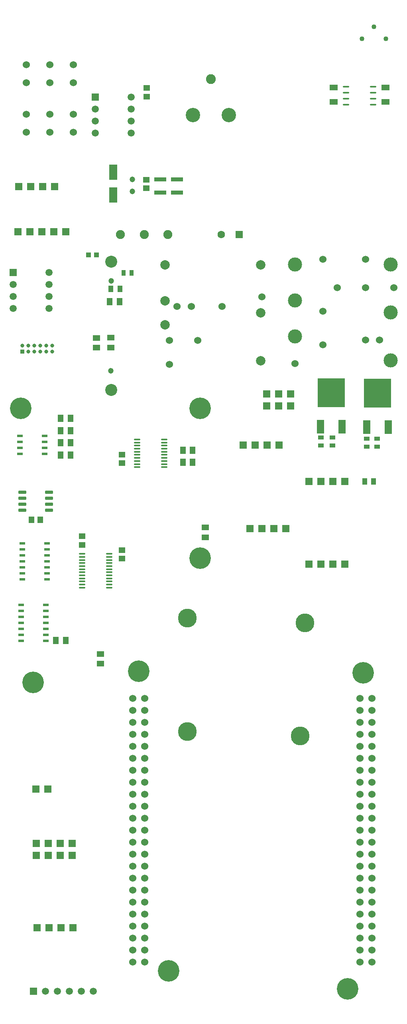
<source format=gbr>
G04 Layer_Color=255*
%FSLAX26Y26*%
%MOIN*%
%TF.FileFunction,Pads,Top*%
%TF.Part,Single*%
G01*
G75*
%TA.AperFunction,SMDPad,CuDef*%
%ADD10O,0.055118X0.013780*%
%ADD11R,0.070000X0.125000*%
%ADD12R,0.039370X0.039370*%
G04:AMPARAMS|DCode=13|XSize=21.654mil|YSize=49.213mil|CornerRadius=1.949mil|HoleSize=0mil|Usage=FLASHONLY|Rotation=90.000|XOffset=0mil|YOffset=0mil|HoleType=Round|Shape=RoundedRectangle|*
%AMROUNDEDRECTD13*
21,1,0.021654,0.045315,0,0,90.0*
21,1,0.017756,0.049213,0,0,90.0*
1,1,0.003898,0.022657,0.008878*
1,1,0.003898,0.022657,-0.008878*
1,1,0.003898,-0.022657,-0.008878*
1,1,0.003898,-0.022657,0.008878*
%
%ADD13ROUNDEDRECTD13*%
%ADD14R,0.057087X0.045276*%
%ADD15R,0.049213X0.059055*%
%ADD16R,0.059055X0.049213*%
%ADD17R,0.228346X0.244095*%
%ADD18R,0.062992X0.118110*%
%ADD19R,0.051181X0.033465*%
%ADD20R,0.070866X0.045276*%
%ADD21R,0.102362X0.037402*%
G04:AMPARAMS|DCode=22|XSize=25.591mil|YSize=64.961mil|CornerRadius=1.919mil|HoleSize=0mil|Usage=FLASHONLY|Rotation=90.000|XOffset=0mil|YOffset=0mil|HoleType=Round|Shape=RoundedRectangle|*
%AMROUNDEDRECTD22*
21,1,0.025591,0.061122,0,0,90.0*
21,1,0.021752,0.064961,0,0,90.0*
1,1,0.003839,0.030561,0.010876*
1,1,0.003839,0.030561,-0.010876*
1,1,0.003839,-0.030561,-0.010876*
1,1,0.003839,-0.030561,0.010876*
%
%ADD22ROUNDEDRECTD22*%
%ADD23R,0.033465X0.051181*%
%ADD24R,0.045276X0.057087*%
%ADD25R,0.041339X0.055118*%
%TA.AperFunction,ComponentPad*%
%ADD29C,0.060000*%
%ADD30C,0.032500*%
%ADD31R,0.032500X0.032500*%
%ADD32C,0.100000*%
%ADD33C,0.047000*%
%ADD34R,0.060000X0.060000*%
%ADD35C,0.078740*%
%ADD36C,0.078740*%
%ADD37C,0.040000*%
%ADD38C,0.082000*%
%ADD39C,0.120000*%
%ADD40C,0.118110*%
%ADD41C,0.059055*%
%ADD42R,0.059055X0.059055*%
%ADD43C,0.047244*%
%TA.AperFunction,ViaPad*%
%ADD44C,0.060000*%
%TA.AperFunction,ComponentPad*%
%ADD45C,0.157000*%
%ADD46C,0.180000*%
%ADD47C,0.074803*%
%ADD48C,0.062992*%
%ADD49R,0.062992X0.062992*%
D10*
X2917567Y2010433D02*
D03*
X2917567Y2060433D02*
D03*
X2917567Y2110433D02*
D03*
X2917567Y2160433D02*
D03*
X2691189Y2010433D02*
D03*
X2691189Y2060433D02*
D03*
X2691189Y2110433D02*
D03*
X2691189Y2160433D02*
D03*
X485236Y-1737205D02*
D03*
X485236Y-1762795D02*
D03*
X485236Y-1788386D02*
D03*
X485236Y-1813976D02*
D03*
X485236Y-1839567D02*
D03*
X485236Y-1865158D02*
D03*
X485236Y-1890748D02*
D03*
X485236Y-1916339D02*
D03*
X485236Y-1941929D02*
D03*
X485236Y-1967520D02*
D03*
X485236Y-1993110D02*
D03*
X485236Y-2018701D02*
D03*
X711614Y-1737205D02*
D03*
X711614Y-1762795D02*
D03*
X711614Y-1788386D02*
D03*
X711614Y-1813976D02*
D03*
X711614Y-1839567D02*
D03*
X711614Y-1865158D02*
D03*
X711614Y-1890748D02*
D03*
X711614Y-1916339D02*
D03*
X711614Y-1941929D02*
D03*
X711614Y-1967520D02*
D03*
X711614Y-1993110D02*
D03*
X711614Y-2018701D02*
D03*
X944882Y-783268D02*
D03*
X944882Y-808858D02*
D03*
X944882Y-834449D02*
D03*
X944882Y-860039D02*
D03*
X944882Y-885630D02*
D03*
X944882Y-911221D02*
D03*
X944882Y-936811D02*
D03*
X944882Y-962402D02*
D03*
X944882Y-987992D02*
D03*
X944882Y-1013583D02*
D03*
X1171260Y-783268D02*
D03*
X1171260Y-808858D02*
D03*
X1171260Y-834449D02*
D03*
X1171260Y-860039D02*
D03*
X1171260Y-885630D02*
D03*
X1171260Y-911221D02*
D03*
X1171260Y-936811D02*
D03*
X1171260Y-962402D02*
D03*
X1171260Y-987992D02*
D03*
X1171260Y-1013583D02*
D03*
D11*
X746063Y1257362D02*
D03*
X746063Y1447362D02*
D03*
D12*
X537548Y757363D02*
D03*
X604478Y757363D02*
D03*
D13*
X-24606Y-2163779D02*
D03*
X-24606Y-2213779D02*
D03*
X-24606Y-2263779D02*
D03*
X-24606Y-2313779D02*
D03*
X-24606Y-2363779D02*
D03*
X-24606Y-2413779D02*
D03*
X-24606Y-2463779D02*
D03*
X182086Y-2163779D02*
D03*
X182086Y-2213779D02*
D03*
X182086Y-2263779D02*
D03*
X182086Y-2313779D02*
D03*
X182086Y-2363779D02*
D03*
X182086Y-2413779D02*
D03*
X182086Y-2463779D02*
D03*
X-36418Y-751771D02*
D03*
X-36418Y-801771D02*
D03*
X-36418Y-851771D02*
D03*
X-36418Y-901771D02*
D03*
X170276Y-751771D02*
D03*
X170276Y-801771D02*
D03*
X170276Y-851771D02*
D03*
X170276Y-901771D02*
D03*
X190158Y-1948819D02*
D03*
X190158Y-1898819D02*
D03*
X190158Y-1848819D02*
D03*
X190158Y-1798819D02*
D03*
X190158Y-1748819D02*
D03*
X190158Y-1698819D02*
D03*
X190158Y-1648819D02*
D03*
X-16534Y-1948819D02*
D03*
X-16534Y-1898819D02*
D03*
X-16534Y-1848819D02*
D03*
X-16534Y-1798819D02*
D03*
X-16534Y-1748819D02*
D03*
X-16534Y-1698819D02*
D03*
X-16534Y-1648819D02*
D03*
D14*
X818896Y-1704725D02*
D03*
X818896Y-1775591D02*
D03*
X1021656Y1383857D02*
D03*
X1021656Y1312991D02*
D03*
X819746Y-908133D02*
D03*
X819746Y-978999D02*
D03*
X1023624Y2078739D02*
D03*
X1023624Y2149605D02*
D03*
X484252Y-1590553D02*
D03*
X484252Y-1661419D02*
D03*
D15*
X797244Y366141D02*
D03*
X714566Y366141D02*
D03*
X305118Y-811023D02*
D03*
X387796Y-811023D02*
D03*
X305118Y-913385D02*
D03*
X387796Y-913385D02*
D03*
X305118Y-708661D02*
D03*
X387796Y-708661D02*
D03*
X305118Y-606299D02*
D03*
X387796Y-606299D02*
D03*
X1410042Y-971259D02*
D03*
X1327364Y-971259D02*
D03*
X1410038Y-871261D02*
D03*
X1327362Y-871261D02*
D03*
X265750Y-2460629D02*
D03*
X348426Y-2460629D02*
D03*
D16*
X723746Y65773D02*
D03*
X723746Y-16905D02*
D03*
X606300Y64959D02*
D03*
X606300Y-17717D02*
D03*
X1515750Y-1598425D02*
D03*
X1515750Y-1515747D02*
D03*
X639746Y-2571227D02*
D03*
X639746Y-2653905D02*
D03*
D17*
X2568896Y-393701D02*
D03*
X2954772Y-394883D02*
D03*
D18*
X2659054Y-677165D02*
D03*
X2478740Y-677165D02*
D03*
X3044930Y-678347D02*
D03*
X2864614Y-678347D02*
D03*
D19*
X2864174Y-775589D02*
D03*
X2864174Y-842519D02*
D03*
X2952756Y-775591D02*
D03*
X2952756Y-842521D02*
D03*
X2480748Y-766101D02*
D03*
X2480748Y-833031D02*
D03*
X2578740Y-765749D02*
D03*
X2578740Y-832679D02*
D03*
D20*
X2588582Y2153543D02*
D03*
X2588582Y2035433D02*
D03*
X3021654Y2035431D02*
D03*
X3021654Y2153543D02*
D03*
D21*
X1277560Y1387797D02*
D03*
X1277560Y1277561D02*
D03*
X1139762Y1277559D02*
D03*
X1139762Y1387795D02*
D03*
D22*
X-13778Y-1224411D02*
D03*
X-13778Y-1274411D02*
D03*
X-13778Y-1324411D02*
D03*
X-13778Y-1374411D02*
D03*
X208662Y-1224411D02*
D03*
X208662Y-1274411D02*
D03*
X208662Y-1324411D02*
D03*
X208662Y-1374411D02*
D03*
D23*
X899476Y608362D02*
D03*
X832546Y608362D02*
D03*
D24*
X133858Y-1452753D02*
D03*
X62992Y-1452753D02*
D03*
D25*
X2848422Y-1133859D02*
D03*
X2923226Y-1133859D02*
D03*
X726378Y472441D02*
D03*
X801182Y472441D02*
D03*
D29*
X1009748Y-2942567D02*
D03*
X1009748Y-3042567D02*
D03*
X1009748Y-3142567D02*
D03*
X1009748Y-3242567D02*
D03*
X1009748Y-3342567D02*
D03*
X1009748Y-3442567D02*
D03*
X1009748Y-3542567D02*
D03*
X1009748Y-3642567D02*
D03*
X1009748Y-3742567D02*
D03*
X1009748Y-3842567D02*
D03*
X1009748Y-3942567D02*
D03*
X1009748Y-4042567D02*
D03*
X1009748Y-4142567D02*
D03*
X1009748Y-4242567D02*
D03*
X1009748Y-4342567D02*
D03*
X1009748Y-4442567D02*
D03*
X1009748Y-4542567D02*
D03*
X1009748Y-4642567D02*
D03*
X1009748Y-4742567D02*
D03*
X1009748Y-4842567D02*
D03*
X1009748Y-4942567D02*
D03*
X1009748Y-5042567D02*
D03*
X1009748Y-5142567D02*
D03*
X909748Y-3042567D02*
D03*
X909748Y-3142567D02*
D03*
X909748Y-3242567D02*
D03*
X909748Y-3342567D02*
D03*
X909748Y-3442567D02*
D03*
X909748Y-3542567D02*
D03*
X909748Y-3642567D02*
D03*
X909748Y-3742567D02*
D03*
X909748Y-3842567D02*
D03*
X909748Y-3942567D02*
D03*
X909748Y-4042567D02*
D03*
X909748Y-4142567D02*
D03*
X909748Y-4242567D02*
D03*
X909748Y-4342567D02*
D03*
X909748Y-4442567D02*
D03*
X909748Y-4542567D02*
D03*
X909748Y-4642567D02*
D03*
X909748Y-4742567D02*
D03*
X909748Y-4842567D02*
D03*
X909748Y-4942567D02*
D03*
X909748Y-5042567D02*
D03*
X909748Y-5142567D02*
D03*
X2809748Y-2942567D02*
D03*
X2909748Y-2942567D02*
D03*
X2909748Y-3042567D02*
D03*
X2909748Y-3142567D02*
D03*
X2909748Y-3242567D02*
D03*
X2909748Y-3342567D02*
D03*
X2909748Y-3442567D02*
D03*
X2909748Y-3542567D02*
D03*
X2909748Y-3642567D02*
D03*
X2909748Y-3742567D02*
D03*
X2909748Y-3842567D02*
D03*
X2909748Y-3942567D02*
D03*
X2909748Y-4042567D02*
D03*
X2909748Y-4142567D02*
D03*
X2909748Y-4242567D02*
D03*
X2909748Y-4342567D02*
D03*
X2909748Y-4442567D02*
D03*
X2909748Y-4542567D02*
D03*
X2909748Y-4642567D02*
D03*
X2909748Y-4742567D02*
D03*
X2909748Y-4842567D02*
D03*
X2909748Y-4942567D02*
D03*
X2909748Y-5042567D02*
D03*
X2909748Y-5142567D02*
D03*
X2809748Y-3042567D02*
D03*
X2809748Y-3142567D02*
D03*
X2809748Y-3242567D02*
D03*
X2809748Y-3342567D02*
D03*
X2809748Y-3442567D02*
D03*
X2809748Y-3542567D02*
D03*
X2809748Y-3642567D02*
D03*
X2809748Y-3742567D02*
D03*
X2809748Y-3842567D02*
D03*
X2809748Y-3942567D02*
D03*
X2809748Y-4042567D02*
D03*
X2809748Y-4142567D02*
D03*
X2809748Y-4242567D02*
D03*
X2809748Y-4342567D02*
D03*
X2809748Y-4442567D02*
D03*
X2809748Y-4542567D02*
D03*
X2809748Y-4642567D02*
D03*
X2809748Y-4742567D02*
D03*
X2809748Y-4842567D02*
D03*
X2809748Y-4942567D02*
D03*
X2809748Y-5042567D02*
D03*
X2809748Y-5142567D02*
D03*
X909748Y-2942567D02*
D03*
X413386Y2342520D02*
D03*
X413386Y2192913D02*
D03*
X19685Y2342520D02*
D03*
X19685Y2192913D02*
D03*
X19685Y1929134D02*
D03*
X19685Y1779527D02*
D03*
X216535Y2342520D02*
D03*
X216535Y2192913D02*
D03*
X216535Y1929134D02*
D03*
X216535Y1779527D02*
D03*
X413386Y1929134D02*
D03*
X413386Y1779527D02*
D03*
D30*
X185000Y-50000D02*
D03*
X35000Y-50000D02*
D03*
X85000Y-50000D02*
D03*
X135000Y-50000D02*
D03*
X235000Y-50000D02*
D03*
X-15000Y0D02*
D03*
X35000Y0D02*
D03*
X85000Y0D02*
D03*
X135000Y0D02*
D03*
X185000Y0D02*
D03*
X235000Y0D02*
D03*
D31*
X-15000Y-50000D02*
D03*
D32*
X728346Y-370846D02*
D03*
X728346Y701554D02*
D03*
D33*
X728346Y539654D02*
D03*
X726746Y-208946D02*
D03*
D34*
X400197Y-4254134D02*
D03*
X300197Y-4254134D02*
D03*
X200197Y-4254134D02*
D03*
X100197Y-4254134D02*
D03*
X100197Y-4154134D02*
D03*
X200197Y-4154134D02*
D03*
X300197Y-4154134D02*
D03*
X400197Y-4154134D02*
D03*
X2027559Y-503937D02*
D03*
X2127559Y-503937D02*
D03*
X2227559Y-503937D02*
D03*
X2227559Y-403937D02*
D03*
X2127559Y-403937D02*
D03*
X2027559Y-403937D02*
D03*
X1889764Y-1527559D02*
D03*
X1989764Y-1527559D02*
D03*
X2089764Y-1527559D02*
D03*
X2189764Y-1527559D02*
D03*
X1830709Y-828740D02*
D03*
X1930709Y-828740D02*
D03*
X2030709Y-828740D02*
D03*
X2130709Y-828740D02*
D03*
X2381890Y-1133858D02*
D03*
X2481890Y-1133858D02*
D03*
X2581890Y-1133858D02*
D03*
X2681890Y-1133858D02*
D03*
X255905Y1326772D02*
D03*
X155905Y1326772D02*
D03*
X55906Y1326772D02*
D03*
X-44094Y1326772D02*
D03*
X407677Y-4855315D02*
D03*
X307677Y-4855315D02*
D03*
X207677Y-4855315D02*
D03*
X107677Y-4855315D02*
D03*
X2381890Y-1822835D02*
D03*
X2481890Y-1822835D02*
D03*
X2581890Y-1822835D02*
D03*
X2681890Y-1822835D02*
D03*
X197441Y-3699410D02*
D03*
X97441Y-3699410D02*
D03*
X-52559Y950591D02*
D03*
X347441Y950591D02*
D03*
X247441Y950591D02*
D03*
X147441Y950591D02*
D03*
X47441Y950591D02*
D03*
D35*
X1978346Y273622D02*
D03*
D36*
X1178346Y673622D02*
D03*
X1178346Y373622D02*
D03*
X1178346Y173622D02*
D03*
X1978346Y673622D02*
D03*
X1978346Y-126378D02*
D03*
D37*
X2925378Y2659433D02*
D03*
X3025378Y2559433D02*
D03*
X2825378Y2559433D02*
D03*
D38*
X1560378Y2225433D02*
D03*
D39*
X1710378Y1925433D02*
D03*
X1410378Y1925433D02*
D03*
D40*
X2263780Y377165D02*
D03*
X2263780Y77165D02*
D03*
X2263780Y677165D02*
D03*
X3063780Y-122835D02*
D03*
X3063780Y277165D02*
D03*
X3063780Y677165D02*
D03*
D41*
X209058Y310039D02*
D03*
X209058Y410039D02*
D03*
X209058Y510039D02*
D03*
X209058Y610039D02*
D03*
X-90942Y310039D02*
D03*
X-90942Y410039D02*
D03*
X-90942Y510039D02*
D03*
X896064Y1773229D02*
D03*
X896064Y1873229D02*
D03*
X896064Y1973229D02*
D03*
X896064Y2073229D02*
D03*
X596064Y1773229D02*
D03*
X596064Y1873229D02*
D03*
X596064Y1973229D02*
D03*
X578738Y-5385827D02*
D03*
X478738Y-5385827D02*
D03*
X378738Y-5385827D02*
D03*
X278738Y-5385827D02*
D03*
X178738Y-5385827D02*
D03*
D42*
X-90942Y610039D02*
D03*
X596064Y2073229D02*
D03*
X78738Y-5385827D02*
D03*
D43*
X903542Y1286613D02*
D03*
X903542Y1386613D02*
D03*
D44*
X2972442Y47245D02*
D03*
X2854330Y47245D02*
D03*
X2500000Y7875D02*
D03*
X2263780Y-149607D02*
D03*
X2500000Y288465D02*
D03*
X2618110Y485315D02*
D03*
X2854330Y485315D02*
D03*
X3090550Y485315D02*
D03*
X2854330Y721535D02*
D03*
X2500000Y721535D02*
D03*
X1988188Y406575D02*
D03*
X1653542Y327835D02*
D03*
X1279528Y327835D02*
D03*
X1397638Y327835D02*
D03*
X1451692Y42245D02*
D03*
X1215472Y42245D02*
D03*
X1215472Y-154607D02*
D03*
D45*
X2308960Y-3257527D02*
D03*
X2348330Y-2312645D02*
D03*
X1364078Y-2273275D02*
D03*
X1364078Y-3218157D02*
D03*
D46*
X1209748Y-5217567D02*
D03*
X2706694Y-5366141D02*
D03*
X2834646Y-2728347D02*
D03*
X959748Y-2717567D02*
D03*
X-27558Y-524409D02*
D03*
X74804Y-2811023D02*
D03*
X1472442Y-1771653D02*
D03*
X1472442Y-524409D02*
D03*
D47*
X1003740Y925591D02*
D03*
X805314Y925591D02*
D03*
X1202164Y925591D02*
D03*
D48*
X1648622Y925591D02*
D03*
D49*
X1797440Y925591D02*
D03*
%TF.MD5,55c634f7809cef1fa46b4d973d2becd6*%
M02*

</source>
